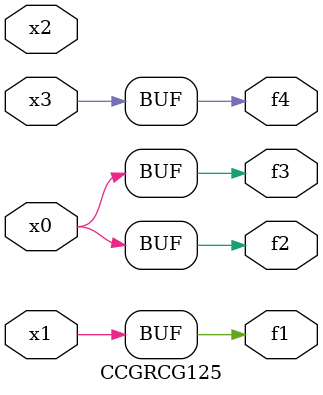
<source format=v>
module CCGRCG125(
	input x0, x1, x2, x3,
	output f1, f2, f3, f4
);
	assign f1 = x1;
	assign f2 = x0;
	assign f3 = x0;
	assign f4 = x3;
endmodule

</source>
